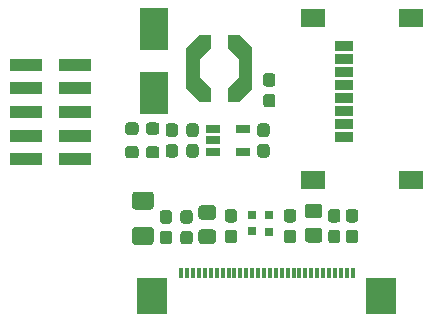
<source format=gbr>
%TF.GenerationSoftware,KiCad,Pcbnew,(5.1.6)-1*%
%TF.CreationDate,2020-12-26T20:27:22+01:00*%
%TF.ProjectId,ScreenBoard,53637265-656e-4426-9f61-72642e6b6963,rev?*%
%TF.SameCoordinates,Original*%
%TF.FileFunction,Soldermask,Top*%
%TF.FilePolarity,Negative*%
%FSLAX46Y46*%
G04 Gerber Fmt 4.6, Leading zero omitted, Abs format (unit mm)*
G04 Created by KiCad (PCBNEW (5.1.6)-1) date 2020-12-26 20:27:22*
%MOMM*%
%LPD*%
G01*
G04 APERTURE LIST*
%ADD10R,2.680000X1.100000*%
%ADD11R,1.250000X0.700000*%
%ADD12R,2.100000X1.550000*%
%ADD13R,1.600000X0.900000*%
%ADD14C,0.100000*%
%ADD15R,2.400000X3.600000*%
%ADD16R,0.800000X0.700000*%
%ADD17R,2.500000X3.150000*%
%ADD18R,0.400000X0.900000*%
G04 APERTURE END LIST*
D10*
%TO.C,J2*%
X105335000Y-62100000D03*
X101165000Y-62100000D03*
X105335000Y-60100000D03*
X101165000Y-60100000D03*
X105335000Y-58100000D03*
X101165000Y-58100000D03*
X105335000Y-56100000D03*
X101165000Y-56100000D03*
X105335000Y-54100000D03*
X101165000Y-54100000D03*
%TD*%
D11*
%TO.C,IC1*%
X119500000Y-59550000D03*
X119500000Y-61450000D03*
X117000000Y-61450000D03*
X117000000Y-60500000D03*
X117000000Y-59550000D03*
%TD*%
%TO.C,C7*%
G36*
G01*
X111300000Y-59762500D02*
X111300000Y-59237500D01*
G75*
G02*
X111562500Y-58975000I262500J0D01*
G01*
X112187500Y-58975000D01*
G75*
G02*
X112450000Y-59237500I0J-262500D01*
G01*
X112450000Y-59762500D01*
G75*
G02*
X112187500Y-60025000I-262500J0D01*
G01*
X111562500Y-60025000D01*
G75*
G02*
X111300000Y-59762500I0J262500D01*
G01*
G37*
G36*
G01*
X109550000Y-59762500D02*
X109550000Y-59237500D01*
G75*
G02*
X109812500Y-58975000I262500J0D01*
G01*
X110437500Y-58975000D01*
G75*
G02*
X110700000Y-59237500I0J-262500D01*
G01*
X110700000Y-59762500D01*
G75*
G02*
X110437500Y-60025000I-262500J0D01*
G01*
X109812500Y-60025000D01*
G75*
G02*
X109550000Y-59762500I0J262500D01*
G01*
G37*
%TD*%
D12*
%TO.C,J1*%
X133750000Y-50125000D03*
X133750000Y-63875000D03*
X125450000Y-50125000D03*
X125450000Y-63875000D03*
D13*
X128050000Y-52500000D03*
X128050000Y-53600000D03*
X128050000Y-54700000D03*
X128050000Y-55800000D03*
X128050000Y-56900000D03*
X128050000Y-58000000D03*
X128050000Y-59100000D03*
X128050000Y-60200000D03*
%TD*%
%TO.C,R4*%
G36*
G01*
X123237500Y-68050000D02*
X123762500Y-68050000D01*
G75*
G02*
X124025000Y-68312500I0J-262500D01*
G01*
X124025000Y-68937500D01*
G75*
G02*
X123762500Y-69200000I-262500J0D01*
G01*
X123237500Y-69200000D01*
G75*
G02*
X122975000Y-68937500I0J262500D01*
G01*
X122975000Y-68312500D01*
G75*
G02*
X123237500Y-68050000I262500J0D01*
G01*
G37*
G36*
G01*
X123237500Y-66300000D02*
X123762500Y-66300000D01*
G75*
G02*
X124025000Y-66562500I0J-262500D01*
G01*
X124025000Y-67187500D01*
G75*
G02*
X123762500Y-67450000I-262500J0D01*
G01*
X123237500Y-67450000D01*
G75*
G02*
X122975000Y-67187500I0J262500D01*
G01*
X122975000Y-66562500D01*
G75*
G02*
X123237500Y-66300000I262500J0D01*
G01*
G37*
%TD*%
%TO.C,R3*%
G36*
G01*
X113762500Y-60200000D02*
X113237500Y-60200000D01*
G75*
G02*
X112975000Y-59937500I0J262500D01*
G01*
X112975000Y-59312500D01*
G75*
G02*
X113237500Y-59050000I262500J0D01*
G01*
X113762500Y-59050000D01*
G75*
G02*
X114025000Y-59312500I0J-262500D01*
G01*
X114025000Y-59937500D01*
G75*
G02*
X113762500Y-60200000I-262500J0D01*
G01*
G37*
G36*
G01*
X113762500Y-61950000D02*
X113237500Y-61950000D01*
G75*
G02*
X112975000Y-61687500I0J262500D01*
G01*
X112975000Y-61062500D01*
G75*
G02*
X113237500Y-60800000I262500J0D01*
G01*
X113762500Y-60800000D01*
G75*
G02*
X114025000Y-61062500I0J-262500D01*
G01*
X114025000Y-61687500D01*
G75*
G02*
X113762500Y-61950000I-262500J0D01*
G01*
G37*
%TD*%
%TO.C,R2*%
G36*
G01*
X111300000Y-61762500D02*
X111300000Y-61237500D01*
G75*
G02*
X111562500Y-60975000I262500J0D01*
G01*
X112187500Y-60975000D01*
G75*
G02*
X112450000Y-61237500I0J-262500D01*
G01*
X112450000Y-61762500D01*
G75*
G02*
X112187500Y-62025000I-262500J0D01*
G01*
X111562500Y-62025000D01*
G75*
G02*
X111300000Y-61762500I0J262500D01*
G01*
G37*
G36*
G01*
X109550000Y-61762500D02*
X109550000Y-61237500D01*
G75*
G02*
X109812500Y-60975000I262500J0D01*
G01*
X110437500Y-60975000D01*
G75*
G02*
X110700000Y-61237500I0J-262500D01*
G01*
X110700000Y-61762500D01*
G75*
G02*
X110437500Y-62025000I-262500J0D01*
G01*
X109812500Y-62025000D01*
G75*
G02*
X109550000Y-61762500I0J262500D01*
G01*
G37*
%TD*%
%TO.C,R1*%
G36*
G01*
X118762500Y-67450000D02*
X118237500Y-67450000D01*
G75*
G02*
X117975000Y-67187500I0J262500D01*
G01*
X117975000Y-66562500D01*
G75*
G02*
X118237500Y-66300000I262500J0D01*
G01*
X118762500Y-66300000D01*
G75*
G02*
X119025000Y-66562500I0J-262500D01*
G01*
X119025000Y-67187500D01*
G75*
G02*
X118762500Y-67450000I-262500J0D01*
G01*
G37*
G36*
G01*
X118762500Y-69200000D02*
X118237500Y-69200000D01*
G75*
G02*
X117975000Y-68937500I0J262500D01*
G01*
X117975000Y-68312500D01*
G75*
G02*
X118237500Y-68050000I262500J0D01*
G01*
X118762500Y-68050000D01*
G75*
G02*
X119025000Y-68312500I0J-262500D01*
G01*
X119025000Y-68937500D01*
G75*
G02*
X118762500Y-69200000I-262500J0D01*
G01*
G37*
%TD*%
D14*
%TO.C,L1*%
G36*
X115805245Y-57204039D02*
G01*
X115795866Y-57201194D01*
X115787221Y-57196573D01*
X115779645Y-57190355D01*
X114724645Y-56135355D01*
X114718427Y-56127779D01*
X114713806Y-56119134D01*
X114710961Y-56109755D01*
X114710000Y-56100000D01*
X114710000Y-52700000D01*
X114710961Y-52690245D01*
X114713806Y-52680866D01*
X114718427Y-52672221D01*
X114724645Y-52664645D01*
X115779645Y-51609645D01*
X115787221Y-51603427D01*
X115795866Y-51598806D01*
X115805245Y-51595961D01*
X115815000Y-51595000D01*
X116755000Y-51595000D01*
X116764755Y-51595961D01*
X116774134Y-51598806D01*
X116782779Y-51603427D01*
X116790355Y-51609645D01*
X116796573Y-51617221D01*
X116801194Y-51625866D01*
X116804039Y-51635245D01*
X116805000Y-51645000D01*
X116805000Y-52700000D01*
X116804039Y-52709755D01*
X116801194Y-52719134D01*
X116796573Y-52727779D01*
X116788654Y-52736978D01*
X115865000Y-53577601D01*
X115865000Y-55222399D01*
X116788654Y-56063022D01*
X116795222Y-56070298D01*
X116800243Y-56078715D01*
X116803526Y-56087951D01*
X116805000Y-56100000D01*
X116805000Y-57155000D01*
X116804039Y-57164755D01*
X116801194Y-57174134D01*
X116796573Y-57182779D01*
X116790355Y-57190355D01*
X116782779Y-57196573D01*
X116774134Y-57201194D01*
X116764755Y-57204039D01*
X116755000Y-57205000D01*
X115815000Y-57205000D01*
X115805245Y-57204039D01*
G37*
G36*
X118265245Y-57204039D02*
G01*
X118255866Y-57201194D01*
X118247221Y-57196573D01*
X118239645Y-57190355D01*
X118233427Y-57182779D01*
X118228806Y-57174134D01*
X118225961Y-57164755D01*
X118225000Y-57155000D01*
X118225000Y-56100000D01*
X118225961Y-56090245D01*
X118228806Y-56080866D01*
X118233427Y-56072221D01*
X118241346Y-56063022D01*
X119165000Y-55222399D01*
X119165000Y-53577601D01*
X118241346Y-52736978D01*
X118234778Y-52729702D01*
X118229757Y-52721285D01*
X118226474Y-52712049D01*
X118225000Y-52700000D01*
X118225000Y-51645000D01*
X118225961Y-51635245D01*
X118228806Y-51625866D01*
X118233427Y-51617221D01*
X118239645Y-51609645D01*
X118247221Y-51603427D01*
X118255866Y-51598806D01*
X118265245Y-51595961D01*
X118275000Y-51595000D01*
X119215000Y-51595000D01*
X119224755Y-51595961D01*
X119234134Y-51598806D01*
X119242779Y-51603427D01*
X119250355Y-51609645D01*
X120305355Y-52664645D01*
X120311573Y-52672221D01*
X120316194Y-52680866D01*
X120319039Y-52690245D01*
X120320000Y-52700000D01*
X120320000Y-56100000D01*
X120319039Y-56109755D01*
X120316194Y-56119134D01*
X120311573Y-56127779D01*
X120305355Y-56135355D01*
X119250355Y-57190355D01*
X119242779Y-57196573D01*
X119234134Y-57201194D01*
X119224755Y-57204039D01*
X119215000Y-57205000D01*
X118275000Y-57205000D01*
X118265245Y-57204039D01*
G37*
%TD*%
D15*
%TO.C,D3*%
X112000000Y-51050000D03*
X112000000Y-56450000D03*
%TD*%
D16*
%TO.C,D2*%
X121750000Y-66850000D03*
X121750000Y-68250000D03*
%TD*%
%TO.C,D1*%
X120250000Y-68200000D03*
X120250000Y-66800000D03*
%TD*%
%TO.C,C11*%
G36*
G01*
X121487500Y-56550000D02*
X122012500Y-56550000D01*
G75*
G02*
X122275000Y-56812500I0J-262500D01*
G01*
X122275000Y-57437500D01*
G75*
G02*
X122012500Y-57700000I-262500J0D01*
G01*
X121487500Y-57700000D01*
G75*
G02*
X121225000Y-57437500I0J262500D01*
G01*
X121225000Y-56812500D01*
G75*
G02*
X121487500Y-56550000I262500J0D01*
G01*
G37*
G36*
G01*
X121487500Y-54800000D02*
X122012500Y-54800000D01*
G75*
G02*
X122275000Y-55062500I0J-262500D01*
G01*
X122275000Y-55687500D01*
G75*
G02*
X122012500Y-55950000I-262500J0D01*
G01*
X121487500Y-55950000D01*
G75*
G02*
X121225000Y-55687500I0J262500D01*
G01*
X121225000Y-55062500D01*
G75*
G02*
X121487500Y-54800000I262500J0D01*
G01*
G37*
%TD*%
%TO.C,C10*%
G36*
G01*
X129012500Y-67450000D02*
X128487500Y-67450000D01*
G75*
G02*
X128225000Y-67187500I0J262500D01*
G01*
X128225000Y-66562500D01*
G75*
G02*
X128487500Y-66300000I262500J0D01*
G01*
X129012500Y-66300000D01*
G75*
G02*
X129275000Y-66562500I0J-262500D01*
G01*
X129275000Y-67187500D01*
G75*
G02*
X129012500Y-67450000I-262500J0D01*
G01*
G37*
G36*
G01*
X129012500Y-69200000D02*
X128487500Y-69200000D01*
G75*
G02*
X128225000Y-68937500I0J262500D01*
G01*
X128225000Y-68312500D01*
G75*
G02*
X128487500Y-68050000I262500J0D01*
G01*
X129012500Y-68050000D01*
G75*
G02*
X129275000Y-68312500I0J-262500D01*
G01*
X129275000Y-68937500D01*
G75*
G02*
X129012500Y-69200000I-262500J0D01*
G01*
G37*
%TD*%
%TO.C,C9*%
G36*
G01*
X126987500Y-68050000D02*
X127512500Y-68050000D01*
G75*
G02*
X127775000Y-68312500I0J-262500D01*
G01*
X127775000Y-68937500D01*
G75*
G02*
X127512500Y-69200000I-262500J0D01*
G01*
X126987500Y-69200000D01*
G75*
G02*
X126725000Y-68937500I0J262500D01*
G01*
X126725000Y-68312500D01*
G75*
G02*
X126987500Y-68050000I262500J0D01*
G01*
G37*
G36*
G01*
X126987500Y-66300000D02*
X127512500Y-66300000D01*
G75*
G02*
X127775000Y-66562500I0J-262500D01*
G01*
X127775000Y-67187500D01*
G75*
G02*
X127512500Y-67450000I-262500J0D01*
G01*
X126987500Y-67450000D01*
G75*
G02*
X126725000Y-67187500I0J262500D01*
G01*
X126725000Y-66562500D01*
G75*
G02*
X126987500Y-66300000I262500J0D01*
G01*
G37*
%TD*%
%TO.C,C8*%
G36*
G01*
X125978262Y-67100000D02*
X125021738Y-67100000D01*
G75*
G02*
X124750000Y-66828262I0J271738D01*
G01*
X124750000Y-66121738D01*
G75*
G02*
X125021738Y-65850000I271738J0D01*
G01*
X125978262Y-65850000D01*
G75*
G02*
X126250000Y-66121738I0J-271738D01*
G01*
X126250000Y-66828262D01*
G75*
G02*
X125978262Y-67100000I-271738J0D01*
G01*
G37*
G36*
G01*
X125978262Y-69150000D02*
X125021738Y-69150000D01*
G75*
G02*
X124750000Y-68878262I0J271738D01*
G01*
X124750000Y-68171738D01*
G75*
G02*
X125021738Y-67900000I271738J0D01*
G01*
X125978262Y-67900000D01*
G75*
G02*
X126250000Y-68171738I0J-271738D01*
G01*
X126250000Y-68878262D01*
G75*
G02*
X125978262Y-69150000I-271738J0D01*
G01*
G37*
%TD*%
%TO.C,C6*%
G36*
G01*
X115512500Y-60200000D02*
X114987500Y-60200000D01*
G75*
G02*
X114725000Y-59937500I0J262500D01*
G01*
X114725000Y-59312500D01*
G75*
G02*
X114987500Y-59050000I262500J0D01*
G01*
X115512500Y-59050000D01*
G75*
G02*
X115775000Y-59312500I0J-262500D01*
G01*
X115775000Y-59937500D01*
G75*
G02*
X115512500Y-60200000I-262500J0D01*
G01*
G37*
G36*
G01*
X115512500Y-61950000D02*
X114987500Y-61950000D01*
G75*
G02*
X114725000Y-61687500I0J262500D01*
G01*
X114725000Y-61062500D01*
G75*
G02*
X114987500Y-60800000I262500J0D01*
G01*
X115512500Y-60800000D01*
G75*
G02*
X115775000Y-61062500I0J-262500D01*
G01*
X115775000Y-61687500D01*
G75*
G02*
X115512500Y-61950000I-262500J0D01*
G01*
G37*
%TD*%
D17*
%TO.C,K1*%
X131250000Y-73645000D03*
X111850000Y-73645000D03*
D18*
X128800000Y-71720000D03*
X128300000Y-71720000D03*
X127800000Y-71720000D03*
X127300000Y-71720000D03*
X126800000Y-71720000D03*
X126300000Y-71720000D03*
X125800000Y-71720000D03*
X125300000Y-71720000D03*
X124800000Y-71720000D03*
X124300000Y-71720000D03*
X123800000Y-71720000D03*
X123300000Y-71720000D03*
X122800000Y-71720000D03*
X122300000Y-71720000D03*
X121800000Y-71720000D03*
X121300000Y-71720000D03*
X120800000Y-71720000D03*
X120300000Y-71720000D03*
X119800000Y-71720000D03*
X119300000Y-71720000D03*
X118800000Y-71720000D03*
X118300000Y-71720000D03*
X117800000Y-71720000D03*
X117300000Y-71720000D03*
X116800000Y-71720000D03*
X116300000Y-71720000D03*
X115800000Y-71720000D03*
X115300000Y-71720000D03*
X114800000Y-71720000D03*
X114300000Y-71720000D03*
%TD*%
%TO.C,C5*%
G36*
G01*
X116978262Y-67225000D02*
X116021738Y-67225000D01*
G75*
G02*
X115750000Y-66953262I0J271738D01*
G01*
X115750000Y-66246738D01*
G75*
G02*
X116021738Y-65975000I271738J0D01*
G01*
X116978262Y-65975000D01*
G75*
G02*
X117250000Y-66246738I0J-271738D01*
G01*
X117250000Y-66953262D01*
G75*
G02*
X116978262Y-67225000I-271738J0D01*
G01*
G37*
G36*
G01*
X116978262Y-69275000D02*
X116021738Y-69275000D01*
G75*
G02*
X115750000Y-69003262I0J271738D01*
G01*
X115750000Y-68296738D01*
G75*
G02*
X116021738Y-68025000I271738J0D01*
G01*
X116978262Y-68025000D01*
G75*
G02*
X117250000Y-68296738I0J-271738D01*
G01*
X117250000Y-69003262D01*
G75*
G02*
X116978262Y-69275000I-271738J0D01*
G01*
G37*
%TD*%
%TO.C,C4*%
G36*
G01*
X115012500Y-67550000D02*
X114487500Y-67550000D01*
G75*
G02*
X114225000Y-67287500I0J262500D01*
G01*
X114225000Y-66662500D01*
G75*
G02*
X114487500Y-66400000I262500J0D01*
G01*
X115012500Y-66400000D01*
G75*
G02*
X115275000Y-66662500I0J-262500D01*
G01*
X115275000Y-67287500D01*
G75*
G02*
X115012500Y-67550000I-262500J0D01*
G01*
G37*
G36*
G01*
X115012500Y-69300000D02*
X114487500Y-69300000D01*
G75*
G02*
X114225000Y-69037500I0J262500D01*
G01*
X114225000Y-68412500D01*
G75*
G02*
X114487500Y-68150000I262500J0D01*
G01*
X115012500Y-68150000D01*
G75*
G02*
X115275000Y-68412500I0J-262500D01*
G01*
X115275000Y-69037500D01*
G75*
G02*
X115012500Y-69300000I-262500J0D01*
G01*
G37*
%TD*%
%TO.C,C3*%
G36*
G01*
X111707456Y-66362500D02*
X110392544Y-66362500D01*
G75*
G02*
X110125000Y-66094956I0J267544D01*
G01*
X110125000Y-65105044D01*
G75*
G02*
X110392544Y-64837500I267544J0D01*
G01*
X111707456Y-64837500D01*
G75*
G02*
X111975000Y-65105044I0J-267544D01*
G01*
X111975000Y-66094956D01*
G75*
G02*
X111707456Y-66362500I-267544J0D01*
G01*
G37*
G36*
G01*
X111707456Y-69337500D02*
X110392544Y-69337500D01*
G75*
G02*
X110125000Y-69069956I0J267544D01*
G01*
X110125000Y-68080044D01*
G75*
G02*
X110392544Y-67812500I267544J0D01*
G01*
X111707456Y-67812500D01*
G75*
G02*
X111975000Y-68080044I0J-267544D01*
G01*
X111975000Y-69069956D01*
G75*
G02*
X111707456Y-69337500I-267544J0D01*
G01*
G37*
%TD*%
%TO.C,C2*%
G36*
G01*
X112737500Y-68150000D02*
X113262500Y-68150000D01*
G75*
G02*
X113525000Y-68412500I0J-262500D01*
G01*
X113525000Y-69037500D01*
G75*
G02*
X113262500Y-69300000I-262500J0D01*
G01*
X112737500Y-69300000D01*
G75*
G02*
X112475000Y-69037500I0J262500D01*
G01*
X112475000Y-68412500D01*
G75*
G02*
X112737500Y-68150000I262500J0D01*
G01*
G37*
G36*
G01*
X112737500Y-66400000D02*
X113262500Y-66400000D01*
G75*
G02*
X113525000Y-66662500I0J-262500D01*
G01*
X113525000Y-67287500D01*
G75*
G02*
X113262500Y-67550000I-262500J0D01*
G01*
X112737500Y-67550000D01*
G75*
G02*
X112475000Y-67287500I0J262500D01*
G01*
X112475000Y-66662500D01*
G75*
G02*
X112737500Y-66400000I262500J0D01*
G01*
G37*
%TD*%
%TO.C,C1*%
G36*
G01*
X121512500Y-60200000D02*
X120987500Y-60200000D01*
G75*
G02*
X120725000Y-59937500I0J262500D01*
G01*
X120725000Y-59312500D01*
G75*
G02*
X120987500Y-59050000I262500J0D01*
G01*
X121512500Y-59050000D01*
G75*
G02*
X121775000Y-59312500I0J-262500D01*
G01*
X121775000Y-59937500D01*
G75*
G02*
X121512500Y-60200000I-262500J0D01*
G01*
G37*
G36*
G01*
X121512500Y-61950000D02*
X120987500Y-61950000D01*
G75*
G02*
X120725000Y-61687500I0J262500D01*
G01*
X120725000Y-61062500D01*
G75*
G02*
X120987500Y-60800000I262500J0D01*
G01*
X121512500Y-60800000D01*
G75*
G02*
X121775000Y-61062500I0J-262500D01*
G01*
X121775000Y-61687500D01*
G75*
G02*
X121512500Y-61950000I-262500J0D01*
G01*
G37*
%TD*%
M02*

</source>
